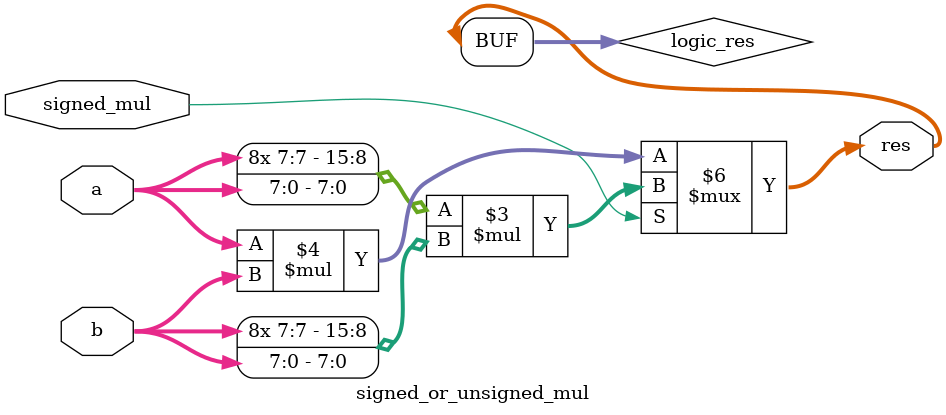
<source format=sv>


module signed_mul_4
( 
   // signed - числа в дополнительном коде. 
  input  signed [3:0] a, b,
  output signed [7:0] res
);

    // Умножение * автоматически подстраивается под знаковое и беззнаковое число.  
  assign res = a * b;

endmodule

// A parameterized module
// that implements the unsigned multiplication of N-bit numbers
// which produces 2N-bit result

module unsigned_mul
# (
  parameter n = 8
)
(   // беззнаковое число 
  input  [    n - 1:0] a, b,
  output [2 * n - 1:0] res
);
    // Умножение работает как для беззнакового. 
  assign res = a * b;

endmodule

//----------------------------------------------------------------------------
// Task
//----------------------------------------------------------------------------

// Task:
//
// Implement a parameterized module
// that produces either signed or unsigned result
// of the multiplication depending on the 'signed_mul' input bit.

module signed_or_unsigned_mul
# (
  parameter n = 8
)
(
    // На вход подаются беззнаковые числа. 
  input  [    n - 1:0] a, b,
  input                signed_mul,
  output [2 * n - 1:0] res
);


    logic [2 * n - 1:0] logic_res;
    assign res = logic_res;

    always_comb begin
        
        if(signed_mul == 1) begin
            // $signed() - функция преобразования числа в signed
            logic_res = $signed(a) * $signed(b);

        end else begin
            logic_res = a * b;

        end
    end



endmodule

</source>
